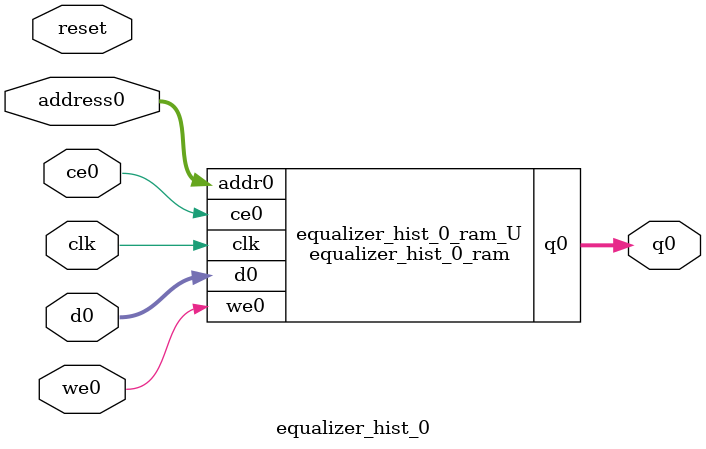
<source format=v>

`timescale 1 ns / 1 ps
module equalizer_hist_0_ram (addr0, ce0, d0, we0, q0,  clk);

parameter DWIDTH = 16;
parameter AWIDTH = 2;
parameter MEM_SIZE = 4;

input[AWIDTH-1:0] addr0;
input ce0;
input[DWIDTH-1:0] d0;
input we0;
output reg[DWIDTH-1:0] q0;
input clk;

(* ram_style = "distributed" *)reg [DWIDTH-1:0] ram[0:MEM_SIZE-1];




always @(posedge clk)  
begin 
    if (ce0) 
    begin
        if (we0) 
        begin 
            ram[addr0] <= d0; 
            q0 <= d0;
        end 
        else 
            q0 <= ram[addr0];
    end
end


endmodule


`timescale 1 ns / 1 ps
module equalizer_hist_0(
    reset,
    clk,
    address0,
    ce0,
    we0,
    d0,
    q0);

parameter DataWidth = 32'd16;
parameter AddressRange = 32'd4;
parameter AddressWidth = 32'd2;
input reset;
input clk;
input[AddressWidth - 1:0] address0;
input ce0;
input we0;
input[DataWidth - 1:0] d0;
output[DataWidth - 1:0] q0;



equalizer_hist_0_ram equalizer_hist_0_ram_U(
    .clk( clk ),
    .addr0( address0 ),
    .ce0( ce0 ),
    .d0( d0 ),
    .we0( we0 ),
    .q0( q0 ));

endmodule


</source>
